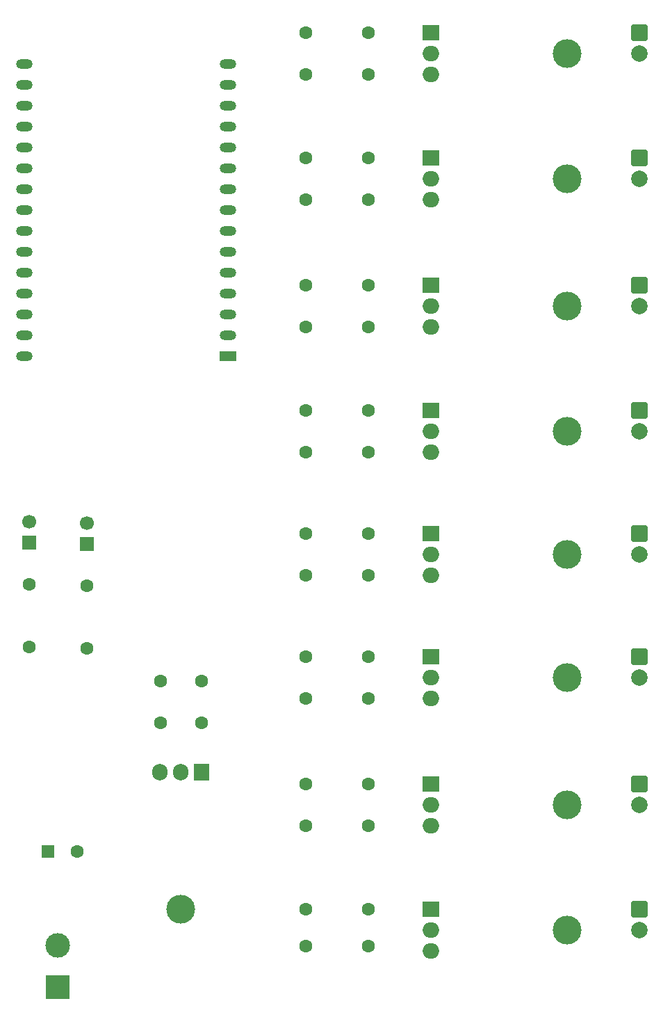
<source format=gbr>
%TF.GenerationSoftware,KiCad,Pcbnew,9.0.7*%
%TF.CreationDate,2026-02-17T16:05:45+00:00*%
%TF.ProjectId,VANDIMMER-8CH,56414e44-494d-44d4-9552-2d3843482e6b,rev?*%
%TF.SameCoordinates,Original*%
%TF.FileFunction,Soldermask,Bot*%
%TF.FilePolarity,Negative*%
%FSLAX46Y46*%
G04 Gerber Fmt 4.6, Leading zero omitted, Abs format (unit mm)*
G04 Created by KiCad (PCBNEW 9.0.7) date 2026-02-17 16:05:45*
%MOMM*%
%LPD*%
G01*
G04 APERTURE LIST*
G04 Aperture macros list*
%AMRoundRect*
0 Rectangle with rounded corners*
0 $1 Rounding radius*
0 $2 $3 $4 $5 $6 $7 $8 $9 X,Y pos of 4 corners*
0 Add a 4 corners polygon primitive as box body*
4,1,4,$2,$3,$4,$5,$6,$7,$8,$9,$2,$3,0*
0 Add four circle primitives for the rounded corners*
1,1,$1+$1,$2,$3*
1,1,$1+$1,$4,$5*
1,1,$1+$1,$6,$7*
1,1,$1+$1,$8,$9*
0 Add four rect primitives between the rounded corners*
20,1,$1+$1,$2,$3,$4,$5,0*
20,1,$1+$1,$4,$5,$6,$7,0*
20,1,$1+$1,$6,$7,$8,$9,0*
20,1,$1+$1,$8,$9,$2,$3,0*%
G04 Aperture macros list end*
%ADD10C,1.600000*%
%ADD11RoundRect,0.250000X-0.550000X-0.550000X0.550000X-0.550000X0.550000X0.550000X-0.550000X0.550000X0*%
%ADD12C,3.500000*%
%ADD13R,2.000000X1.905000*%
%ADD14O,2.000000X1.905000*%
%ADD15R,1.700000X1.700000*%
%ADD16C,1.700000*%
%ADD17RoundRect,0.250000X-0.750000X0.750000X-0.750000X-0.750000X0.750000X-0.750000X0.750000X0.750000X0*%
%ADD18C,2.000000*%
%ADD19R,1.905000X2.000000*%
%ADD20O,1.905000X2.000000*%
%ADD21R,2.000000X1.200000*%
%ADD22O,2.000000X1.200000*%
%ADD23R,3.000000X3.000000*%
%ADD24C,3.000000*%
G04 APERTURE END LIST*
D10*
%TO.C,R18*%
X39990000Y-107770000D03*
X39990000Y-115390000D03*
%TD*%
D11*
%TO.C,C4*%
X42307349Y-140297349D03*
D10*
X45807349Y-140297349D03*
%TD*%
%TO.C,C1*%
X55960000Y-124650000D03*
X60960000Y-124650000D03*
%TD*%
D12*
%TO.C,Q3*%
X105560000Y-73940000D03*
D13*
X88900000Y-71400000D03*
D14*
X88900000Y-73940000D03*
X88900000Y-76480000D03*
%TD*%
D15*
%TO.C,J10*%
X46990000Y-102870000D03*
D16*
X46990000Y-100330000D03*
%TD*%
D17*
%TO.C,J9*%
X114300000Y-147320000D03*
D18*
X114300000Y-149860000D03*
%TD*%
D10*
%TO.C,R9*%
X81280000Y-101600000D03*
X73660000Y-101600000D03*
%TD*%
D12*
%TO.C,Q7*%
X105560000Y-134620000D03*
D13*
X88900000Y-132080000D03*
D14*
X88900000Y-134620000D03*
X88900000Y-137160000D03*
%TD*%
D10*
%TO.C,R7*%
X81280000Y-86640000D03*
X73660000Y-86640000D03*
%TD*%
%TO.C,R1*%
X81280000Y-40640000D03*
X73660000Y-40640000D03*
%TD*%
%TO.C,R3*%
X81280000Y-55880000D03*
X73660000Y-55880000D03*
%TD*%
%TO.C,R16*%
X73660000Y-151840000D03*
X81280000Y-151840000D03*
%TD*%
%TO.C,R17*%
X46990000Y-107950000D03*
X46990000Y-115570000D03*
%TD*%
D12*
%TO.C,Q2*%
X105560000Y-58420000D03*
D13*
X88900000Y-55880000D03*
D14*
X88900000Y-58420000D03*
X88900000Y-60960000D03*
%TD*%
D12*
%TO.C,U1*%
X58420000Y-147320000D03*
D19*
X60960000Y-130660000D03*
D20*
X58420000Y-130660000D03*
X55880000Y-130660000D03*
%TD*%
D21*
%TO.C,U2*%
X64226320Y-79987280D03*
D22*
X64226320Y-77447280D03*
X64226320Y-74907280D03*
X64226320Y-72367280D03*
X64226320Y-69827280D03*
X64226320Y-67287280D03*
X64226320Y-64747280D03*
X64226320Y-62207280D03*
X64226320Y-59667280D03*
X64226320Y-57127280D03*
X64226320Y-54587280D03*
X64226320Y-52047280D03*
X64226320Y-49507280D03*
X64226320Y-46967280D03*
X64226320Y-44427280D03*
X39370000Y-44450000D03*
X39370000Y-46990000D03*
X39366320Y-49527280D03*
X39366320Y-52067280D03*
X39366320Y-54607280D03*
X39366320Y-57147280D03*
X39366320Y-59687280D03*
X39366320Y-62227280D03*
X39366320Y-64767280D03*
X39366320Y-67307280D03*
X39366320Y-69847280D03*
X39366320Y-72387280D03*
X39366320Y-74927280D03*
X39366320Y-77467280D03*
X39366320Y-80007280D03*
%TD*%
D17*
%TO.C,J5*%
X114300000Y-86640000D03*
D18*
X114300000Y-89180000D03*
%TD*%
D10*
%TO.C,R2*%
X73660000Y-45720000D03*
X81280000Y-45720000D03*
%TD*%
D17*
%TO.C,J6*%
X114300000Y-101600000D03*
D18*
X114300000Y-104140000D03*
%TD*%
D10*
%TO.C,R4*%
X73660000Y-60960000D03*
X81280000Y-60960000D03*
%TD*%
D17*
%TO.C,J4*%
X114300000Y-71400000D03*
D18*
X114300000Y-73940000D03*
%TD*%
D10*
%TO.C,R14*%
X73660000Y-137160000D03*
X81280000Y-137160000D03*
%TD*%
%TO.C,R5*%
X81280000Y-71400000D03*
X73660000Y-71400000D03*
%TD*%
%TO.C,R10*%
X73660000Y-106680000D03*
X81280000Y-106680000D03*
%TD*%
%TO.C,R15*%
X81280000Y-147320000D03*
X73660000Y-147320000D03*
%TD*%
D12*
%TO.C,Q8*%
X105560000Y-149860000D03*
D13*
X88900000Y-147320000D03*
D14*
X88900000Y-149860000D03*
X88900000Y-152400000D03*
%TD*%
D17*
%TO.C,J8*%
X114300000Y-132080000D03*
D18*
X114300000Y-134620000D03*
%TD*%
D12*
%TO.C,Q5*%
X105560000Y-104140000D03*
D13*
X88900000Y-101600000D03*
D14*
X88900000Y-104140000D03*
X88900000Y-106680000D03*
%TD*%
D15*
%TO.C,J11*%
X39990000Y-102690000D03*
D16*
X39990000Y-100150000D03*
%TD*%
D12*
%TO.C,Q1*%
X105560000Y-43180000D03*
D13*
X88900000Y-40640000D03*
D14*
X88900000Y-43180000D03*
X88900000Y-45720000D03*
%TD*%
D10*
%TO.C,R8*%
X73660000Y-91720000D03*
X81280000Y-91720000D03*
%TD*%
D17*
%TO.C,J7*%
X114300000Y-116560000D03*
D18*
X114300000Y-119100000D03*
%TD*%
D23*
%TO.C,J1*%
X43460000Y-156837349D03*
D24*
X43460000Y-151757349D03*
%TD*%
D10*
%TO.C,R12*%
X73660000Y-121640000D03*
X81280000Y-121640000D03*
%TD*%
D17*
%TO.C,J3*%
X114300000Y-55880000D03*
D18*
X114300000Y-58420000D03*
%TD*%
D10*
%TO.C,R13*%
X81280000Y-132080000D03*
X73660000Y-132080000D03*
%TD*%
%TO.C,R11*%
X81280000Y-116560000D03*
X73660000Y-116560000D03*
%TD*%
D12*
%TO.C,Q4*%
X105560000Y-89180000D03*
D13*
X88900000Y-86640000D03*
D14*
X88900000Y-89180000D03*
X88900000Y-91720000D03*
%TD*%
D17*
%TO.C,J2*%
X114300000Y-40640000D03*
D18*
X114300000Y-43180000D03*
%TD*%
D12*
%TO.C,Q6*%
X105560000Y-119100000D03*
D13*
X88900000Y-116560000D03*
D14*
X88900000Y-119100000D03*
X88900000Y-121640000D03*
%TD*%
D10*
%TO.C,R6*%
X73660000Y-76480000D03*
X81280000Y-76480000D03*
%TD*%
%TO.C,C2*%
X55960000Y-119570000D03*
X60960000Y-119570000D03*
%TD*%
M02*

</source>
